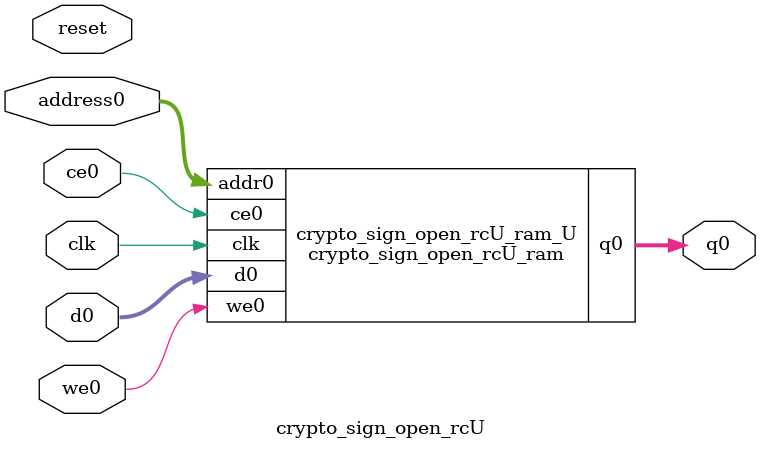
<source format=v>

`timescale 1 ns / 1 ps
module crypto_sign_open_rcU_ram (addr0, ce0, d0, we0, q0,  clk);

parameter DWIDTH = 32;
parameter AWIDTH = 11;
parameter MEM_SIZE = 1280;

input[AWIDTH-1:0] addr0;
input ce0;
input[DWIDTH-1:0] d0;
input we0;
output reg[DWIDTH-1:0] q0;
input clk;

(* ram_style = "block" *)reg [DWIDTH-1:0] ram[0:MEM_SIZE-1];




always @(posedge clk)  
begin 
    if (ce0) 
    begin
        if (we0) 
        begin 
            ram[addr0] <= d0; 
            q0 <= d0;
        end 
        else 
            q0 <= ram[addr0];
    end
end


endmodule


`timescale 1 ns / 1 ps
module crypto_sign_open_rcU(
    reset,
    clk,
    address0,
    ce0,
    we0,
    d0,
    q0);

parameter DataWidth = 32'd32;
parameter AddressRange = 32'd1280;
parameter AddressWidth = 32'd11;
input reset;
input clk;
input[AddressWidth - 1:0] address0;
input ce0;
input we0;
input[DataWidth - 1:0] d0;
output[DataWidth - 1:0] q0;



crypto_sign_open_rcU_ram crypto_sign_open_rcU_ram_U(
    .clk( clk ),
    .addr0( address0 ),
    .ce0( ce0 ),
    .we0( we0 ),
    .d0( d0 ),
    .q0( q0 ));

endmodule


</source>
